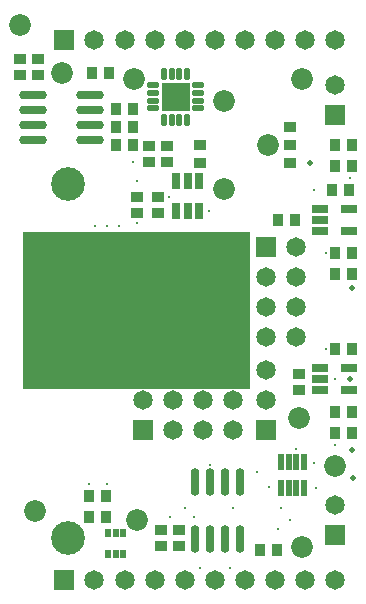
<source format=gbs>
%FSLAX24Y24*%
%MOIN*%
G70*
G01*
G75*
G04 Layer_Color=16711935*
%ADD10R,0.0276X0.0354*%
%ADD11R,0.0315X0.0354*%
%ADD12R,0.0354X0.0276*%
%ADD13R,0.0170X0.0520*%
%ADD14R,0.0520X0.0170*%
%ADD15R,0.0217X0.0512*%
%ADD16R,0.0354X0.0315*%
%ADD17R,0.0236X0.0591*%
%ADD18R,0.0413X0.0476*%
%ADD19R,0.1575X0.0709*%
%ADD20C,0.0150*%
%ADD21C,0.0120*%
%ADD22C,0.0300*%
%ADD23C,0.1063*%
%ADD24C,0.0630*%
%ADD25C,0.0472*%
%ADD26C,0.0591*%
%ADD27R,0.0591X0.0591*%
%ADD28C,0.0661*%
%ADD29R,0.0591X0.0591*%
%ADD30C,0.0320*%
%ADD31C,0.0260*%
%ADD32C,0.0236*%
%ADD33C,0.0400*%
%ADD34R,0.0512X0.0217*%
%ADD35O,0.0866X0.0236*%
%ADD36O,0.0374X0.0138*%
%ADD37O,0.0138X0.0374*%
%ADD38R,0.0866X0.0866*%
%ADD39O,0.0236X0.0866*%
%ADD40R,0.0160X0.0255*%
%ADD41C,0.0160*%
%ADD42C,0.0100*%
%ADD43C,0.0098*%
%ADD44C,0.0079*%
%ADD45C,0.0060*%
%ADD46C,0.0050*%
%ADD47C,0.0080*%
%ADD48R,0.0336X0.0414*%
%ADD49R,0.0375X0.0414*%
%ADD50R,0.0414X0.0336*%
%ADD51R,0.0230X0.0580*%
%ADD52R,0.0580X0.0230*%
%ADD53R,0.0277X0.0572*%
%ADD54R,0.0414X0.0375*%
%ADD55R,0.0296X0.0651*%
%ADD56R,0.0473X0.0536*%
%ADD57R,0.1635X0.0769*%
%ADD58C,0.1123*%
%ADD59C,0.0690*%
%ADD60C,0.0532*%
%ADD61C,0.0651*%
%ADD62R,0.0651X0.0651*%
%ADD63C,0.0721*%
%ADD64R,0.0651X0.0651*%
%ADD65C,0.0060*%
%ADD66C,0.0120*%
%ADD67C,0.0200*%
%ADD68R,0.0572X0.0277*%
%ADD69O,0.0926X0.0296*%
%ADD70O,0.0434X0.0198*%
%ADD71O,0.0198X0.0434*%
%ADD72R,0.0926X0.0926*%
%ADD73O,0.0296X0.0926*%
%ADD74R,0.0220X0.0315*%
%ADD75C,0.0036*%
G36*
X8162Y12607D02*
X8172Y12600D01*
X8178Y12590D01*
X8181Y12579D01*
Y7382D01*
X8178Y7370D01*
X8172Y7360D01*
X8162Y7354D01*
X8150Y7351D01*
X650D01*
X638Y7354D01*
X628Y7360D01*
X622Y7370D01*
X619Y7382D01*
Y12579D01*
X622Y12590D01*
X628Y12600D01*
X638Y12607D01*
X650Y12609D01*
X8150D01*
X8162Y12607D01*
D02*
G37*
D48*
X3705Y16700D02*
D03*
X4295D02*
D03*
X4295Y15500D02*
D03*
X3705D02*
D03*
X4295Y16100D02*
D03*
X3705D02*
D03*
X2905Y17900D02*
D03*
X3495D02*
D03*
X9095Y2000D02*
D03*
X8505D02*
D03*
D49*
X11576Y8700D02*
D03*
X11024D02*
D03*
X11576Y6600D02*
D03*
X11024D02*
D03*
X9676Y13000D02*
D03*
X9124D02*
D03*
X11576Y5900D02*
D03*
X11024D02*
D03*
X3376Y3800D02*
D03*
X2824D02*
D03*
X3376Y3100D02*
D03*
X2824D02*
D03*
X11576Y11900D02*
D03*
X11024D02*
D03*
X11576Y11200D02*
D03*
X11024D02*
D03*
X11476Y14000D02*
D03*
X10924D02*
D03*
X11024Y14800D02*
D03*
X11576D02*
D03*
X11024Y15500D02*
D03*
X11576D02*
D03*
D50*
X9500Y14905D02*
D03*
Y15495D02*
D03*
Y15505D02*
D03*
Y16095D02*
D03*
X6500Y15495D02*
D03*
Y14905D02*
D03*
D51*
X9984Y4070D02*
D03*
X9728D02*
D03*
X9472D02*
D03*
X9216D02*
D03*
Y4930D02*
D03*
X9472D02*
D03*
X9728D02*
D03*
X9984D02*
D03*
D53*
X6474Y14292D02*
D03*
X5726D02*
D03*
Y13308D02*
D03*
X6100D02*
D03*
X6474D02*
D03*
X6100Y14292D02*
D03*
D54*
X9800Y7324D02*
D03*
Y7876D02*
D03*
X4400Y13776D02*
D03*
Y13224D02*
D03*
X5100Y13776D02*
D03*
Y13224D02*
D03*
X4800Y15476D02*
D03*
Y14924D02*
D03*
X5400Y15476D02*
D03*
Y14924D02*
D03*
X500Y17824D02*
D03*
Y18376D02*
D03*
X1100Y17824D02*
D03*
Y18376D02*
D03*
X5200Y2124D02*
D03*
Y2676D02*
D03*
X5800Y2124D02*
D03*
Y2676D02*
D03*
D58*
X2100Y2394D02*
D03*
Y14206D02*
D03*
D59*
Y2394D02*
D03*
Y14206D02*
D03*
D60*
X7300Y16976D02*
D03*
Y14024D02*
D03*
X8776Y15500D02*
D03*
D61*
X11000Y17500D02*
D03*
Y3500D02*
D03*
X5600Y6000D02*
D03*
X6600D02*
D03*
X7600D02*
D03*
X4600Y7000D02*
D03*
X5600D02*
D03*
X6600D02*
D03*
X7600D02*
D03*
X8700D02*
D03*
Y8000D02*
D03*
Y11100D02*
D03*
Y10100D02*
D03*
Y9100D02*
D03*
X9700Y12100D02*
D03*
Y11100D02*
D03*
Y10100D02*
D03*
Y9100D02*
D03*
X11000Y1000D02*
D03*
X10000D02*
D03*
X9000D02*
D03*
X8000D02*
D03*
X7000D02*
D03*
X6000D02*
D03*
X5000D02*
D03*
X4000D02*
D03*
X2988Y1000D02*
D03*
X11000Y19000D02*
D03*
X10000D02*
D03*
X9000D02*
D03*
X8000D02*
D03*
X7000D02*
D03*
X6000D02*
D03*
X5000D02*
D03*
X4000D02*
D03*
X2988Y19000D02*
D03*
D62*
X11000Y16500D02*
D03*
Y2500D02*
D03*
X8700Y6000D02*
D03*
Y12100D02*
D03*
D63*
X4300Y17700D02*
D03*
X1900Y17900D02*
D03*
X8776Y15500D02*
D03*
X7300Y14024D02*
D03*
X9900Y17700D02*
D03*
X7300Y16976D02*
D03*
X500Y19500D02*
D03*
X9900Y2100D02*
D03*
X4400Y3000D02*
D03*
X1000Y3300D02*
D03*
X9800Y6400D02*
D03*
X11000Y4800D02*
D03*
D64*
X4600Y6000D02*
D03*
X1988Y1000D02*
D03*
Y19000D02*
D03*
D65*
X2904Y10000D02*
D03*
X416Y14420D02*
D03*
X600Y15300D02*
D03*
X700Y12800D02*
D03*
X4942Y16442D02*
D03*
X10300Y6800D02*
D03*
X8800Y13000D02*
D03*
X10900Y13000D02*
D03*
X3500Y18300D02*
D03*
X1300Y13100D02*
D03*
X772Y13428D02*
D03*
X300Y15900D02*
D03*
X2222Y15669D02*
D03*
X3000Y18300D02*
D03*
X505Y18795D02*
D03*
X1600Y17100D02*
D03*
X1550Y16650D02*
D03*
Y16150D02*
D03*
X3500Y17200D02*
D03*
X3200Y15100D02*
D03*
X3400Y13900D02*
D03*
X3630Y15130D02*
D03*
X2800Y15200D02*
D03*
X2252Y15992D02*
D03*
X6784Y17484D02*
D03*
X9000Y16100D02*
D03*
X5000Y16100D02*
D03*
X4800Y15800D02*
D03*
X5828Y15928D02*
D03*
X6084Y15716D02*
D03*
D66*
X6500Y9100D02*
D03*
X5500D02*
D03*
Y10700D02*
D03*
X6300Y3100D02*
D03*
X4276Y14924D02*
D03*
X3800Y12800D02*
D03*
X3400D02*
D03*
X3000D02*
D03*
X4400Y12900D02*
D03*
Y14300D02*
D03*
X5476Y13776D02*
D03*
X6800Y13300D02*
D03*
X9728Y5372D02*
D03*
X10370Y4070D02*
D03*
X9500Y3000D02*
D03*
X6841Y4841D02*
D03*
X6500Y1400D02*
D03*
X7500D02*
D03*
X9100Y2700D02*
D03*
X8800Y4100D02*
D03*
X10300Y4900D02*
D03*
X8400Y4600D02*
D03*
X2800Y4200D02*
D03*
X3400D02*
D03*
X5500Y3100D02*
D03*
X6000Y3400D02*
D03*
X9200D02*
D03*
X7600D02*
D03*
X11000Y5500D02*
D03*
Y7700D02*
D03*
X10700Y8700D02*
D03*
Y11900D02*
D03*
X11500Y14400D02*
D03*
X10300Y14000D02*
D03*
D67*
X10195Y14905D02*
D03*
X11600Y4400D02*
D03*
X11500Y7700D02*
D03*
X11576Y5324D02*
D03*
Y10724D02*
D03*
D68*
X11492Y7326D02*
D03*
Y8074D02*
D03*
X10508D02*
D03*
Y7700D02*
D03*
Y7326D02*
D03*
X11492Y12626D02*
D03*
Y13374D02*
D03*
X10508D02*
D03*
Y13000D02*
D03*
Y12626D02*
D03*
D69*
X2845Y17150D02*
D03*
Y16650D02*
D03*
Y16150D02*
D03*
Y15650D02*
D03*
X955Y17150D02*
D03*
Y16650D02*
D03*
Y16150D02*
D03*
Y15650D02*
D03*
D70*
X6458Y17484D02*
D03*
Y17228D02*
D03*
Y16972D02*
D03*
Y16716D02*
D03*
X4942D02*
D03*
Y16972D02*
D03*
Y17228D02*
D03*
Y17484D02*
D03*
D71*
X6084Y16342D02*
D03*
X5828D02*
D03*
X5572D02*
D03*
X5316D02*
D03*
Y17858D02*
D03*
X5572D02*
D03*
X5828D02*
D03*
X6084D02*
D03*
D72*
X5700Y17100D02*
D03*
D73*
X6350Y4245D02*
D03*
X6850D02*
D03*
X7350D02*
D03*
X7850D02*
D03*
X6350Y2355D02*
D03*
X6850D02*
D03*
X7350D02*
D03*
X7850D02*
D03*
D74*
X3955Y1847D02*
D03*
X3700D02*
D03*
X3445D02*
D03*
Y2553D02*
D03*
X3700D02*
D03*
X3955D02*
D03*
D75*
X5995Y17395D02*
D03*
X5405D02*
D03*
X5995Y16805D02*
D03*
X5405D02*
D03*
X5700Y17100D02*
D03*
M02*

</source>
